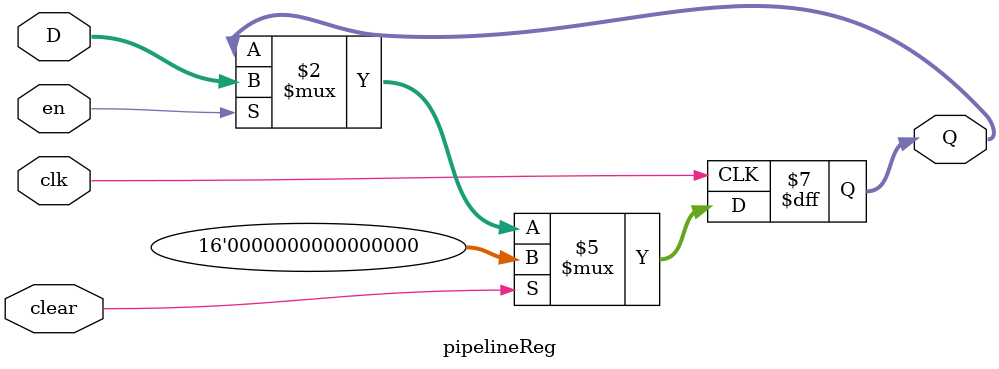
<source format=sv>
module pipelineReg #(parameter bitWidth = 16) (
	input logic [bitWidth-1:0] D,
	input logic en, clear, clk,
	output logic [bitWidth-1:0] Q
);

	always_ff @(posedge clk) begin
		if(clear) Q <= 'b0;
		else if(en) Q <= D;
	end

endmodule

/*module pipelineReg_tb();
	parameter bitWidth = 16;
	parameter depth = 3;
	logic [bitWidth-1:0] D [0:depth-1];
	logic [bitWidth-1:0] Q [0:depth-1];
	logic en, clear, clk;

	// generate clock with 100ps clk period 
    initial begin
        clk = 'b1;
        forever #50 clk = ~clk;
    end

    //initialize DUT 
    pipelineReg #(.bitWidth(bitWidth), .depth(depth)) DUT(.D, .en, .clear, .clk, .Q);

    initial begin

    	en = 1; clear = 0; @(posedge clk);
        //start by loading data
        D[0] = 4'h0001; D[1] = 4'h0002; D[2] = 4'h0003; @(posedge clk);

        //disable
        en = 0; @(posedge clk);

        //cycle stall for a while
        repeat(5) @(posedge clk);

        //re-enable and write more data
        en = 1; @(posedge clk);
        D[0] = 4'h0004; D[1] = 4'h0005; D[2] = 4'h0006; @(posedge clk);

        D[0] = 4'h0007; D[1] = 4'h0008; D[2] = 4'h0009; @(posedge clk);

        //disable and "try" to write
        en = 0; @(posedge clk);
        D[0] = 4'h1111;  D[1] = 4'h2222; D[2] = 4'h3333; @(posedge clk);

        //clear out reg
        clear = 1; @(posedge clk);
		repeat(5) @(posedge clk);
		@(posedge clk);
        $stop;
    end
endmodule
*/



</source>
